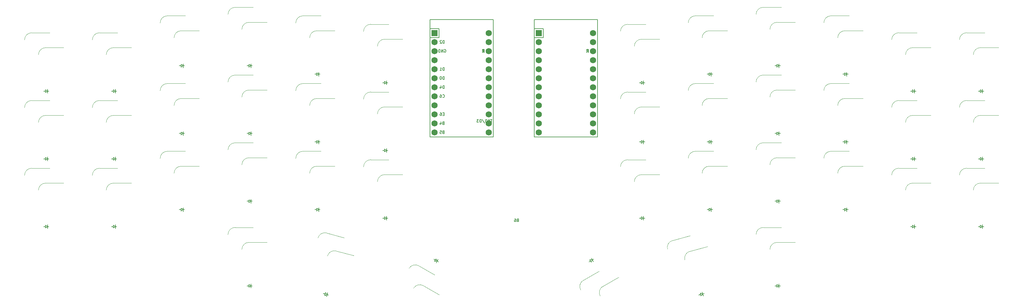
<source format=gbr>
%TF.GenerationSoftware,KiCad,Pcbnew,9.0.6*%
%TF.CreationDate,2025-12-07T00:05:39-06:00*%
%TF.ProjectId,SplitKeyboard,53706c69-744b-4657-9962-6f6172642e6b,rev?*%
%TF.SameCoordinates,Original*%
%TF.FileFunction,Legend,Bot*%
%TF.FilePolarity,Positive*%
%FSLAX46Y46*%
G04 Gerber Fmt 4.6, Leading zero omitted, Abs format (unit mm)*
G04 Created by KiCad (PCBNEW 9.0.6) date 2025-12-07 00:05:39*
%MOMM*%
%LPD*%
G01*
G04 APERTURE LIST*
%ADD10C,0.150000*%
%ADD11C,0.120000*%
%ADD12C,0.200000*%
%ADD13R,1.752600X1.752600*%
%ADD14C,1.752600*%
G04 APERTURE END LIST*
D10*
X143381435Y-88780543D02*
X142924292Y-88780543D01*
X143152864Y-89580543D02*
X143152864Y-88780543D01*
X142733816Y-88780543D02*
X142200482Y-89580543D01*
X142200482Y-88780543D02*
X142733816Y-89580543D01*
X141743339Y-88780543D02*
X141667149Y-88780543D01*
X141667149Y-88780543D02*
X141590958Y-88818638D01*
X141590958Y-88818638D02*
X141552863Y-88856733D01*
X141552863Y-88856733D02*
X141514768Y-88932924D01*
X141514768Y-88932924D02*
X141476673Y-89085305D01*
X141476673Y-89085305D02*
X141476673Y-89275781D01*
X141476673Y-89275781D02*
X141514768Y-89428162D01*
X141514768Y-89428162D02*
X141552863Y-89504352D01*
X141552863Y-89504352D02*
X141590958Y-89542448D01*
X141590958Y-89542448D02*
X141667149Y-89580543D01*
X141667149Y-89580543D02*
X141743339Y-89580543D01*
X141743339Y-89580543D02*
X141819530Y-89542448D01*
X141819530Y-89542448D02*
X141857625Y-89504352D01*
X141857625Y-89504352D02*
X141895720Y-89428162D01*
X141895720Y-89428162D02*
X141933816Y-89275781D01*
X141933816Y-89275781D02*
X141933816Y-89085305D01*
X141933816Y-89085305D02*
X141895720Y-88932924D01*
X141895720Y-88932924D02*
X141857625Y-88856733D01*
X141857625Y-88856733D02*
X141819530Y-88818638D01*
X141819530Y-88818638D02*
X141743339Y-88780543D01*
X140562387Y-88742448D02*
X141248101Y-89771019D01*
X140295720Y-89580543D02*
X140295720Y-88780543D01*
X140295720Y-88780543D02*
X140105244Y-88780543D01*
X140105244Y-88780543D02*
X139990958Y-88818638D01*
X139990958Y-88818638D02*
X139914768Y-88894828D01*
X139914768Y-88894828D02*
X139876673Y-88971019D01*
X139876673Y-88971019D02*
X139838577Y-89123400D01*
X139838577Y-89123400D02*
X139838577Y-89237686D01*
X139838577Y-89237686D02*
X139876673Y-89390067D01*
X139876673Y-89390067D02*
X139914768Y-89466257D01*
X139914768Y-89466257D02*
X139990958Y-89542448D01*
X139990958Y-89542448D02*
X140105244Y-89580543D01*
X140105244Y-89580543D02*
X140295720Y-89580543D01*
X139571911Y-88780543D02*
X139076673Y-88780543D01*
X139076673Y-88780543D02*
X139343339Y-89085305D01*
X139343339Y-89085305D02*
X139229054Y-89085305D01*
X139229054Y-89085305D02*
X139152863Y-89123400D01*
X139152863Y-89123400D02*
X139114768Y-89161495D01*
X139114768Y-89161495D02*
X139076673Y-89237686D01*
X139076673Y-89237686D02*
X139076673Y-89428162D01*
X139076673Y-89428162D02*
X139114768Y-89504352D01*
X139114768Y-89504352D02*
X139152863Y-89542448D01*
X139152863Y-89542448D02*
X139229054Y-89580543D01*
X139229054Y-89580543D02*
X139457625Y-89580543D01*
X139457625Y-89580543D02*
X139533816Y-89542448D01*
X139533816Y-89542448D02*
X139571911Y-89504352D01*
X129898225Y-80044795D02*
X129898225Y-79244795D01*
X129898225Y-79244795D02*
X129707749Y-79244795D01*
X129707749Y-79244795D02*
X129593463Y-79282890D01*
X129593463Y-79282890D02*
X129517273Y-79359080D01*
X129517273Y-79359080D02*
X129479178Y-79435271D01*
X129479178Y-79435271D02*
X129441082Y-79587652D01*
X129441082Y-79587652D02*
X129441082Y-79701938D01*
X129441082Y-79701938D02*
X129479178Y-79854319D01*
X129479178Y-79854319D02*
X129517273Y-79930509D01*
X129517273Y-79930509D02*
X129593463Y-80006700D01*
X129593463Y-80006700D02*
X129707749Y-80044795D01*
X129707749Y-80044795D02*
X129898225Y-80044795D01*
X128755368Y-79511461D02*
X128755368Y-80044795D01*
X128945844Y-79206700D02*
X129136321Y-79778128D01*
X129136321Y-79778128D02*
X128641082Y-79778128D01*
X129898225Y-74964795D02*
X129898225Y-74164795D01*
X129898225Y-74164795D02*
X129707749Y-74164795D01*
X129707749Y-74164795D02*
X129593463Y-74202890D01*
X129593463Y-74202890D02*
X129517273Y-74279080D01*
X129517273Y-74279080D02*
X129479178Y-74355271D01*
X129479178Y-74355271D02*
X129441082Y-74507652D01*
X129441082Y-74507652D02*
X129441082Y-74621938D01*
X129441082Y-74621938D02*
X129479178Y-74774319D01*
X129479178Y-74774319D02*
X129517273Y-74850509D01*
X129517273Y-74850509D02*
X129593463Y-74926700D01*
X129593463Y-74926700D02*
X129707749Y-74964795D01*
X129707749Y-74964795D02*
X129898225Y-74964795D01*
X128679178Y-74964795D02*
X129136321Y-74964795D01*
X128907749Y-74964795D02*
X128907749Y-74164795D01*
X128907749Y-74164795D02*
X128983940Y-74279080D01*
X128983940Y-74279080D02*
X129060130Y-74355271D01*
X129060130Y-74355271D02*
X129136321Y-74393366D01*
X129917273Y-69122890D02*
X129993463Y-69084795D01*
X129993463Y-69084795D02*
X130107749Y-69084795D01*
X130107749Y-69084795D02*
X130222035Y-69122890D01*
X130222035Y-69122890D02*
X130298225Y-69199080D01*
X130298225Y-69199080D02*
X130336320Y-69275271D01*
X130336320Y-69275271D02*
X130374416Y-69427652D01*
X130374416Y-69427652D02*
X130374416Y-69541938D01*
X130374416Y-69541938D02*
X130336320Y-69694319D01*
X130336320Y-69694319D02*
X130298225Y-69770509D01*
X130298225Y-69770509D02*
X130222035Y-69846700D01*
X130222035Y-69846700D02*
X130107749Y-69884795D01*
X130107749Y-69884795D02*
X130031558Y-69884795D01*
X130031558Y-69884795D02*
X129917273Y-69846700D01*
X129917273Y-69846700D02*
X129879177Y-69808604D01*
X129879177Y-69808604D02*
X129879177Y-69541938D01*
X129879177Y-69541938D02*
X130031558Y-69541938D01*
X129536320Y-69884795D02*
X129536320Y-69084795D01*
X129536320Y-69084795D02*
X129079177Y-69884795D01*
X129079177Y-69884795D02*
X129079177Y-69084795D01*
X128698225Y-69884795D02*
X128698225Y-69084795D01*
X128698225Y-69084795D02*
X128507749Y-69084795D01*
X128507749Y-69084795D02*
X128393463Y-69122890D01*
X128393463Y-69122890D02*
X128317273Y-69199080D01*
X128317273Y-69199080D02*
X128279178Y-69275271D01*
X128279178Y-69275271D02*
X128241082Y-69427652D01*
X128241082Y-69427652D02*
X128241082Y-69541938D01*
X128241082Y-69541938D02*
X128279178Y-69694319D01*
X128279178Y-69694319D02*
X128317273Y-69770509D01*
X128317273Y-69770509D02*
X128393463Y-69846700D01*
X128393463Y-69846700D02*
X128507749Y-69884795D01*
X128507749Y-69884795D02*
X128698225Y-69884795D01*
X129631559Y-92325747D02*
X129517273Y-92363842D01*
X129517273Y-92363842D02*
X129479178Y-92401938D01*
X129479178Y-92401938D02*
X129441082Y-92478128D01*
X129441082Y-92478128D02*
X129441082Y-92592414D01*
X129441082Y-92592414D02*
X129479178Y-92668604D01*
X129479178Y-92668604D02*
X129517273Y-92706700D01*
X129517273Y-92706700D02*
X129593463Y-92744795D01*
X129593463Y-92744795D02*
X129898225Y-92744795D01*
X129898225Y-92744795D02*
X129898225Y-91944795D01*
X129898225Y-91944795D02*
X129631559Y-91944795D01*
X129631559Y-91944795D02*
X129555368Y-91982890D01*
X129555368Y-91982890D02*
X129517273Y-92020985D01*
X129517273Y-92020985D02*
X129479178Y-92097176D01*
X129479178Y-92097176D02*
X129479178Y-92173366D01*
X129479178Y-92173366D02*
X129517273Y-92249557D01*
X129517273Y-92249557D02*
X129555368Y-92287652D01*
X129555368Y-92287652D02*
X129631559Y-92325747D01*
X129631559Y-92325747D02*
X129898225Y-92325747D01*
X128717273Y-91944795D02*
X129098225Y-91944795D01*
X129098225Y-91944795D02*
X129136321Y-92325747D01*
X129136321Y-92325747D02*
X129098225Y-92287652D01*
X129098225Y-92287652D02*
X129022035Y-92249557D01*
X129022035Y-92249557D02*
X128831559Y-92249557D01*
X128831559Y-92249557D02*
X128755368Y-92287652D01*
X128755368Y-92287652D02*
X128717273Y-92325747D01*
X128717273Y-92325747D02*
X128679178Y-92401938D01*
X128679178Y-92401938D02*
X128679178Y-92592414D01*
X128679178Y-92592414D02*
X128717273Y-92668604D01*
X128717273Y-92668604D02*
X128755368Y-92706700D01*
X128755368Y-92706700D02*
X128831559Y-92744795D01*
X128831559Y-92744795D02*
X129022035Y-92744795D01*
X129022035Y-92744795D02*
X129098225Y-92706700D01*
X129098225Y-92706700D02*
X129136321Y-92668604D01*
X129860130Y-87245747D02*
X129593464Y-87245747D01*
X129479178Y-87664795D02*
X129860130Y-87664795D01*
X129860130Y-87664795D02*
X129860130Y-86864795D01*
X129860130Y-86864795D02*
X129479178Y-86864795D01*
X128793463Y-86864795D02*
X128945844Y-86864795D01*
X128945844Y-86864795D02*
X129022035Y-86902890D01*
X129022035Y-86902890D02*
X129060130Y-86940985D01*
X129060130Y-86940985D02*
X129136320Y-87055271D01*
X129136320Y-87055271D02*
X129174416Y-87207652D01*
X129174416Y-87207652D02*
X129174416Y-87512414D01*
X129174416Y-87512414D02*
X129136320Y-87588604D01*
X129136320Y-87588604D02*
X129098225Y-87626700D01*
X129098225Y-87626700D02*
X129022035Y-87664795D01*
X129022035Y-87664795D02*
X128869654Y-87664795D01*
X128869654Y-87664795D02*
X128793463Y-87626700D01*
X128793463Y-87626700D02*
X128755368Y-87588604D01*
X128755368Y-87588604D02*
X128717273Y-87512414D01*
X128717273Y-87512414D02*
X128717273Y-87321938D01*
X128717273Y-87321938D02*
X128755368Y-87245747D01*
X128755368Y-87245747D02*
X128793463Y-87207652D01*
X128793463Y-87207652D02*
X128869654Y-87169557D01*
X128869654Y-87169557D02*
X129022035Y-87169557D01*
X129022035Y-87169557D02*
X129098225Y-87207652D01*
X129098225Y-87207652D02*
X129136320Y-87245747D01*
X129136320Y-87245747D02*
X129174416Y-87321938D01*
X129631559Y-89785747D02*
X129517273Y-89823842D01*
X129517273Y-89823842D02*
X129479178Y-89861938D01*
X129479178Y-89861938D02*
X129441082Y-89938128D01*
X129441082Y-89938128D02*
X129441082Y-90052414D01*
X129441082Y-90052414D02*
X129479178Y-90128604D01*
X129479178Y-90128604D02*
X129517273Y-90166700D01*
X129517273Y-90166700D02*
X129593463Y-90204795D01*
X129593463Y-90204795D02*
X129898225Y-90204795D01*
X129898225Y-90204795D02*
X129898225Y-89404795D01*
X129898225Y-89404795D02*
X129631559Y-89404795D01*
X129631559Y-89404795D02*
X129555368Y-89442890D01*
X129555368Y-89442890D02*
X129517273Y-89480985D01*
X129517273Y-89480985D02*
X129479178Y-89557176D01*
X129479178Y-89557176D02*
X129479178Y-89633366D01*
X129479178Y-89633366D02*
X129517273Y-89709557D01*
X129517273Y-89709557D02*
X129555368Y-89747652D01*
X129555368Y-89747652D02*
X129631559Y-89785747D01*
X129631559Y-89785747D02*
X129898225Y-89785747D01*
X128755368Y-89671461D02*
X128755368Y-90204795D01*
X128945844Y-89366700D02*
X129136321Y-89938128D01*
X129136321Y-89938128D02*
X128641082Y-89938128D01*
X129898225Y-67344795D02*
X129898225Y-66544795D01*
X129898225Y-66544795D02*
X129707749Y-66544795D01*
X129707749Y-66544795D02*
X129593463Y-66582890D01*
X129593463Y-66582890D02*
X129517273Y-66659080D01*
X129517273Y-66659080D02*
X129479178Y-66735271D01*
X129479178Y-66735271D02*
X129441082Y-66887652D01*
X129441082Y-66887652D02*
X129441082Y-67001938D01*
X129441082Y-67001938D02*
X129479178Y-67154319D01*
X129479178Y-67154319D02*
X129517273Y-67230509D01*
X129517273Y-67230509D02*
X129593463Y-67306700D01*
X129593463Y-67306700D02*
X129707749Y-67344795D01*
X129707749Y-67344795D02*
X129898225Y-67344795D01*
X129136321Y-66620985D02*
X129098225Y-66582890D01*
X129098225Y-66582890D02*
X129022035Y-66544795D01*
X129022035Y-66544795D02*
X128831559Y-66544795D01*
X128831559Y-66544795D02*
X128755368Y-66582890D01*
X128755368Y-66582890D02*
X128717273Y-66620985D01*
X128717273Y-66620985D02*
X128679178Y-66697176D01*
X128679178Y-66697176D02*
X128679178Y-66773366D01*
X128679178Y-66773366D02*
X128717273Y-66887652D01*
X128717273Y-66887652D02*
X129174416Y-67344795D01*
X129174416Y-67344795D02*
X128679178Y-67344795D01*
X129441082Y-82508604D02*
X129479178Y-82546700D01*
X129479178Y-82546700D02*
X129593463Y-82584795D01*
X129593463Y-82584795D02*
X129669654Y-82584795D01*
X129669654Y-82584795D02*
X129783940Y-82546700D01*
X129783940Y-82546700D02*
X129860130Y-82470509D01*
X129860130Y-82470509D02*
X129898225Y-82394319D01*
X129898225Y-82394319D02*
X129936321Y-82241938D01*
X129936321Y-82241938D02*
X129936321Y-82127652D01*
X129936321Y-82127652D02*
X129898225Y-81975271D01*
X129898225Y-81975271D02*
X129860130Y-81899080D01*
X129860130Y-81899080D02*
X129783940Y-81822890D01*
X129783940Y-81822890D02*
X129669654Y-81784795D01*
X129669654Y-81784795D02*
X129593463Y-81784795D01*
X129593463Y-81784795D02*
X129479178Y-81822890D01*
X129479178Y-81822890D02*
X129441082Y-81860985D01*
X128755368Y-81784795D02*
X128907749Y-81784795D01*
X128907749Y-81784795D02*
X128983940Y-81822890D01*
X128983940Y-81822890D02*
X129022035Y-81860985D01*
X129022035Y-81860985D02*
X129098225Y-81975271D01*
X129098225Y-81975271D02*
X129136321Y-82127652D01*
X129136321Y-82127652D02*
X129136321Y-82432414D01*
X129136321Y-82432414D02*
X129098225Y-82508604D01*
X129098225Y-82508604D02*
X129060130Y-82546700D01*
X129060130Y-82546700D02*
X128983940Y-82584795D01*
X128983940Y-82584795D02*
X128831559Y-82584795D01*
X128831559Y-82584795D02*
X128755368Y-82546700D01*
X128755368Y-82546700D02*
X128717273Y-82508604D01*
X128717273Y-82508604D02*
X128679178Y-82432414D01*
X128679178Y-82432414D02*
X128679178Y-82241938D01*
X128679178Y-82241938D02*
X128717273Y-82165747D01*
X128717273Y-82165747D02*
X128755368Y-82127652D01*
X128755368Y-82127652D02*
X128831559Y-82089557D01*
X128831559Y-82089557D02*
X128983940Y-82089557D01*
X128983940Y-82089557D02*
X129060130Y-82127652D01*
X129060130Y-82127652D02*
X129098225Y-82165747D01*
X129098225Y-82165747D02*
X129136321Y-82241938D01*
X129898225Y-77504795D02*
X129898225Y-76704795D01*
X129898225Y-76704795D02*
X129707749Y-76704795D01*
X129707749Y-76704795D02*
X129593463Y-76742890D01*
X129593463Y-76742890D02*
X129517273Y-76819080D01*
X129517273Y-76819080D02*
X129479178Y-76895271D01*
X129479178Y-76895271D02*
X129441082Y-77047652D01*
X129441082Y-77047652D02*
X129441082Y-77161938D01*
X129441082Y-77161938D02*
X129479178Y-77314319D01*
X129479178Y-77314319D02*
X129517273Y-77390509D01*
X129517273Y-77390509D02*
X129593463Y-77466700D01*
X129593463Y-77466700D02*
X129707749Y-77504795D01*
X129707749Y-77504795D02*
X129898225Y-77504795D01*
X128945844Y-76704795D02*
X128869654Y-76704795D01*
X128869654Y-76704795D02*
X128793463Y-76742890D01*
X128793463Y-76742890D02*
X128755368Y-76780985D01*
X128755368Y-76780985D02*
X128717273Y-76857176D01*
X128717273Y-76857176D02*
X128679178Y-77009557D01*
X128679178Y-77009557D02*
X128679178Y-77200033D01*
X128679178Y-77200033D02*
X128717273Y-77352414D01*
X128717273Y-77352414D02*
X128755368Y-77428604D01*
X128755368Y-77428604D02*
X128793463Y-77466700D01*
X128793463Y-77466700D02*
X128869654Y-77504795D01*
X128869654Y-77504795D02*
X128945844Y-77504795D01*
X128945844Y-77504795D02*
X129022035Y-77466700D01*
X129022035Y-77466700D02*
X129060130Y-77428604D01*
X129060130Y-77428604D02*
X129098225Y-77352414D01*
X129098225Y-77352414D02*
X129136321Y-77200033D01*
X129136321Y-77200033D02*
X129136321Y-77009557D01*
X129136321Y-77009557D02*
X129098225Y-76857176D01*
X129098225Y-76857176D02*
X129060130Y-76780985D01*
X129060130Y-76780985D02*
X129022035Y-76742890D01*
X129022035Y-76742890D02*
X128945844Y-76704795D01*
X150547640Y-117101495D02*
X150433354Y-117139590D01*
X150433354Y-117139590D02*
X150395259Y-117177686D01*
X150395259Y-117177686D02*
X150357163Y-117253876D01*
X150357163Y-117253876D02*
X150357163Y-117368162D01*
X150357163Y-117368162D02*
X150395259Y-117444352D01*
X150395259Y-117444352D02*
X150433354Y-117482448D01*
X150433354Y-117482448D02*
X150509544Y-117520543D01*
X150509544Y-117520543D02*
X150814306Y-117520543D01*
X150814306Y-117520543D02*
X150814306Y-116720543D01*
X150814306Y-116720543D02*
X150547640Y-116720543D01*
X150547640Y-116720543D02*
X150471449Y-116758638D01*
X150471449Y-116758638D02*
X150433354Y-116796733D01*
X150433354Y-116796733D02*
X150395259Y-116872924D01*
X150395259Y-116872924D02*
X150395259Y-116949114D01*
X150395259Y-116949114D02*
X150433354Y-117025305D01*
X150433354Y-117025305D02*
X150471449Y-117063400D01*
X150471449Y-117063400D02*
X150547640Y-117101495D01*
X150547640Y-117101495D02*
X150814306Y-117101495D01*
X149671449Y-116720543D02*
X149823830Y-116720543D01*
X149823830Y-116720543D02*
X149900021Y-116758638D01*
X149900021Y-116758638D02*
X149938116Y-116796733D01*
X149938116Y-116796733D02*
X150014306Y-116911019D01*
X150014306Y-116911019D02*
X150052402Y-117063400D01*
X150052402Y-117063400D02*
X150052402Y-117368162D01*
X150052402Y-117368162D02*
X150014306Y-117444352D01*
X150014306Y-117444352D02*
X149976211Y-117482448D01*
X149976211Y-117482448D02*
X149900021Y-117520543D01*
X149900021Y-117520543D02*
X149747640Y-117520543D01*
X149747640Y-117520543D02*
X149671449Y-117482448D01*
X149671449Y-117482448D02*
X149633354Y-117444352D01*
X149633354Y-117444352D02*
X149595259Y-117368162D01*
X149595259Y-117368162D02*
X149595259Y-117177686D01*
X149595259Y-117177686D02*
X149633354Y-117101495D01*
X149633354Y-117101495D02*
X149671449Y-117063400D01*
X149671449Y-117063400D02*
X149747640Y-117025305D01*
X149747640Y-117025305D02*
X149900021Y-117025305D01*
X149900021Y-117025305D02*
X149976211Y-117063400D01*
X149976211Y-117063400D02*
X150014306Y-117101495D01*
X150014306Y-117101495D02*
X150052402Y-117177686D01*
D11*
%TO.C,SW22*%
X181415404Y-61987721D02*
X186515404Y-61987721D01*
X185315404Y-66187721D02*
X190415404Y-66187721D01*
X179415404Y-63987721D02*
G75*
G02*
X181415404Y-61987721I1999999J1D01*
G01*
X183315404Y-68187721D02*
G75*
G02*
X185315404Y-66187721I1999999J1D01*
G01*
%TO.C,SW21*%
X122761796Y-129918175D02*
X127178525Y-132468175D01*
X124039295Y-135505481D02*
X128456024Y-138055482D01*
X120029745Y-130650226D02*
G75*
G02*
X122761796Y-129918175I1732050J-999995D01*
G01*
X121307245Y-136237532D02*
G75*
G02*
X124039295Y-135505481I1732050J-999997D01*
G01*
%TO.C,SW37*%
X238565404Y-97706471D02*
X243665404Y-97706471D01*
X242465404Y-101906471D02*
X247565404Y-101906471D01*
X236565404Y-99706471D02*
G75*
G02*
X238565404Y-97706471I1999999J1D01*
G01*
X240465404Y-103906471D02*
G75*
G02*
X242465404Y-101906471I1999999J1D01*
G01*
%TO.C,SW1*%
X13987500Y-64368750D02*
X19087500Y-64368750D01*
X17887500Y-68568750D02*
X22987500Y-68568750D01*
X11987500Y-66368750D02*
G75*
G02*
X13987500Y-64368750I1999999J1D01*
G01*
X15887500Y-70568750D02*
G75*
G02*
X17887500Y-68568750I1999999J1D01*
G01*
D12*
%TO.C,U2*%
X125878750Y-60632500D02*
X125878750Y-93652500D01*
X125878750Y-93652500D02*
X143658750Y-93652500D01*
X128418750Y-63172500D02*
X125878750Y-63172500D01*
X128418750Y-63172500D02*
X128418750Y-65712500D01*
X128418750Y-65712500D02*
X125878750Y-65712500D01*
X143658750Y-60632500D02*
X125878750Y-60632500D01*
X143658750Y-93652500D02*
X143658750Y-60632500D01*
D10*
X141113385Y-69161530D02*
X140613385Y-69161530D01*
X140613385Y-69061530D01*
X141113385Y-69061530D01*
X141113385Y-69161530D01*
G36*
X141113385Y-69161530D02*
G01*
X140613385Y-69161530D01*
X140613385Y-69061530D01*
X141113385Y-69061530D01*
X141113385Y-69161530D01*
G37*
X140713385Y-69361530D02*
X140613385Y-69361530D01*
X140613385Y-69061530D01*
X140713385Y-69061530D01*
X140713385Y-69361530D01*
G36*
X140713385Y-69361530D02*
G01*
X140613385Y-69361530D01*
X140613385Y-69061530D01*
X140713385Y-69061530D01*
X140713385Y-69361530D01*
G37*
X140713385Y-69861530D02*
X140613385Y-69861530D01*
X140613385Y-69661530D01*
X140713385Y-69661530D01*
X140713385Y-69861530D01*
G36*
X140713385Y-69861530D02*
G01*
X140613385Y-69861530D01*
X140613385Y-69661530D01*
X140713385Y-69661530D01*
X140713385Y-69861530D01*
G37*
X140913385Y-69561530D02*
X140813385Y-69561530D01*
X140813385Y-69461530D01*
X140913385Y-69461530D01*
X140913385Y-69561530D01*
G36*
X140913385Y-69561530D02*
G01*
X140813385Y-69561530D01*
X140813385Y-69461530D01*
X140913385Y-69461530D01*
X140913385Y-69561530D01*
G37*
X141113385Y-69861530D02*
X141013385Y-69861530D01*
X141013385Y-69061530D01*
X141113385Y-69061530D01*
X141113385Y-69861530D01*
G36*
X141113385Y-69861530D02*
G01*
X141013385Y-69861530D01*
X141013385Y-69061530D01*
X141113385Y-69061530D01*
X141113385Y-69861530D01*
G37*
D11*
%TO.C,SW36*%
X219515404Y-95325221D02*
X224615404Y-95325221D01*
X223415404Y-99525221D02*
X228515404Y-99525221D01*
X217515404Y-97325221D02*
G75*
G02*
X219515404Y-95325221I1999999J1D01*
G01*
X221415404Y-101525221D02*
G75*
G02*
X223415404Y-99525221I1999999J1D01*
G01*
%TO.C,SW23*%
X200465404Y-59606471D02*
X205565404Y-59606471D01*
X204365404Y-63806471D02*
X209465404Y-63806471D01*
X198465404Y-61606471D02*
G75*
G02*
X200465404Y-59606471I1999999J1D01*
G01*
X202365404Y-65806471D02*
G75*
G02*
X204365404Y-63806471I1999999J1D01*
G01*
%TO.C,SW35*%
X200465404Y-97706471D02*
X205565404Y-97706471D01*
X204365404Y-101906471D02*
X209465404Y-101906471D01*
X198465404Y-99706471D02*
G75*
G02*
X200465404Y-97706471I1999999J1D01*
G01*
X202365404Y-103906471D02*
G75*
G02*
X204365404Y-101906471I1999999J1D01*
G01*
%TO.C,SW16*%
X71137500Y-95325000D02*
X76237500Y-95325000D01*
X75037500Y-99525000D02*
X80137500Y-99525000D01*
X69137500Y-97325000D02*
G75*
G02*
X71137500Y-95325000I1999999J1D01*
G01*
X73037500Y-101525000D02*
G75*
G02*
X75037500Y-99525000I1999999J1D01*
G01*
%TO.C,SW15*%
X52087500Y-97706250D02*
X57187500Y-97706250D01*
X55987500Y-101906250D02*
X61087500Y-101906250D01*
X50087500Y-99706250D02*
G75*
G02*
X52087500Y-97706250I1999999J1D01*
G01*
X53987500Y-103906250D02*
G75*
G02*
X55987500Y-101906250I1999999J1D01*
G01*
%TO.C,SW38*%
X257615404Y-102468971D02*
X262715404Y-102468971D01*
X261515404Y-106668971D02*
X266615404Y-106668971D01*
X255615404Y-104468971D02*
G75*
G02*
X257615404Y-102468971I1999999J1D01*
G01*
X259515404Y-108668971D02*
G75*
G02*
X261515404Y-106668971I1999999J1D01*
G01*
%TO.C,SW9*%
X52087500Y-78656250D02*
X57187500Y-78656250D01*
X55987500Y-82856250D02*
X61087500Y-82856250D01*
X50087500Y-80656250D02*
G75*
G02*
X52087500Y-78656250I1999999J1D01*
G01*
X53987500Y-84856250D02*
G75*
G02*
X55987500Y-82856250I1999999J1D01*
G01*
%TO.C,SW30*%
X219515404Y-76275221D02*
X224615404Y-76275221D01*
X223415404Y-80475221D02*
X228515404Y-80475221D01*
X217515404Y-78275221D02*
G75*
G02*
X219515404Y-76275221I1999999J1D01*
G01*
X221415404Y-82475221D02*
G75*
G02*
X223415404Y-80475221I1999999J1D01*
G01*
%TO.C,SW27*%
X276665404Y-64368971D02*
X281765404Y-64368971D01*
X280565404Y-68568971D02*
X285665404Y-68568971D01*
X274665404Y-66368971D02*
G75*
G02*
X276665404Y-64368971I1999999J1D01*
G01*
X278565404Y-70568971D02*
G75*
G02*
X280565404Y-68568971I1999999J1D01*
G01*
%TO.C,SW26*%
X257615404Y-64368971D02*
X262715404Y-64368971D01*
X261515404Y-68568971D02*
X266615404Y-68568971D01*
X255615404Y-66368971D02*
G75*
G02*
X257615404Y-64368971I1999999J1D01*
G01*
X259515404Y-70568971D02*
G75*
G02*
X261515404Y-68568971I1999999J1D01*
G01*
%TO.C,SW4*%
X71137500Y-57225000D02*
X76237500Y-57225000D01*
X75037500Y-61425000D02*
X80137500Y-61425000D01*
X69137500Y-59225000D02*
G75*
G02*
X71137500Y-57225000I1999999J1D01*
G01*
X73037500Y-63425000D02*
G75*
G02*
X75037500Y-61425000I1999999J1D01*
G01*
%TO.C,SW18*%
X109237500Y-100087500D02*
X114337500Y-100087500D01*
X113137500Y-104287500D02*
X118237500Y-104287500D01*
X107237500Y-102087500D02*
G75*
G02*
X109237500Y-100087500I1999999J1D01*
G01*
X111137500Y-106287500D02*
G75*
G02*
X113137500Y-104287500I1999999J1D01*
G01*
%TO.C,SW42*%
X219515404Y-119137721D02*
X224615404Y-119137721D01*
X223415404Y-123337721D02*
X228515404Y-123337721D01*
X217515404Y-121137721D02*
G75*
G02*
X219515404Y-119137721I1999999J1D01*
G01*
X221415404Y-125337721D02*
G75*
G02*
X223415404Y-123337721I1999999J1D01*
G01*
%TO.C,SW31*%
X238565404Y-78656471D02*
X243665404Y-78656471D01*
X242465404Y-82856471D02*
X247565404Y-82856471D01*
X236565404Y-80656471D02*
G75*
G02*
X238565404Y-78656471I1999999J1D01*
G01*
X240465404Y-84856471D02*
G75*
G02*
X242465404Y-82856471I1999999J1D01*
G01*
%TO.C,SW32*%
X257615404Y-83418971D02*
X262715404Y-83418971D01*
X261515404Y-87618971D02*
X266615404Y-87618971D01*
X255615404Y-85418971D02*
G75*
G02*
X257615404Y-83418971I1999999J1D01*
G01*
X259515404Y-89618971D02*
G75*
G02*
X261515404Y-87618971I1999999J1D01*
G01*
%TO.C,SW40*%
X168989700Y-134018396D02*
X173406429Y-131468396D01*
X174467199Y-135705702D02*
X178883928Y-133155702D01*
X168257649Y-136750447D02*
G75*
G02*
X168989699Y-134018395I1732047J1000002D01*
G01*
X173735148Y-138437753D02*
G75*
G02*
X174467199Y-135705702I1732047J1000001D01*
G01*
%TO.C,SW39*%
X276665404Y-102468971D02*
X281765404Y-102468971D01*
X280565404Y-106668971D02*
X285665404Y-106668971D01*
X274665404Y-104468971D02*
G75*
G02*
X276665404Y-102468971I1999999J1D01*
G01*
X278565404Y-108668971D02*
G75*
G02*
X280565404Y-106668971I1999999J1D01*
G01*
%TO.C,SW10*%
X71137500Y-76275000D02*
X76237500Y-76275000D01*
X75037500Y-80475000D02*
X80137500Y-80475000D01*
X69137500Y-78275000D02*
G75*
G02*
X71137500Y-76275000I1999999J1D01*
G01*
X73037500Y-82475000D02*
G75*
G02*
X75037500Y-80475000I1999999J1D01*
G01*
%TO.C,SW33*%
X276665404Y-83418971D02*
X281765404Y-83418971D01*
X280565404Y-87618971D02*
X285665404Y-87618971D01*
X274665404Y-85418971D02*
G75*
G02*
X276665404Y-83418971I1999999J1D01*
G01*
X278565404Y-89618971D02*
G75*
G02*
X280565404Y-87618971I1999999J1D01*
G01*
%TO.C,SW14*%
X33037500Y-102468750D02*
X38137500Y-102468750D01*
X36937500Y-106668750D02*
X42037500Y-106668750D01*
X31037500Y-104468750D02*
G75*
G02*
X33037500Y-102468750I1999999J1D01*
G01*
X34937500Y-108668750D02*
G75*
G02*
X36937500Y-106668750I1999999J1D01*
G01*
%TO.C,SW41*%
X194056757Y-122815241D02*
X198982978Y-121495264D01*
X198910907Y-125862735D02*
X203837129Y-124542758D01*
X192642543Y-125264731D02*
G75*
G02*
X194056757Y-122815240I1931851J517639D01*
G01*
X197496694Y-128312225D02*
G75*
G02*
X198910907Y-125862735I1931850J517639D01*
G01*
%TO.C,SW8*%
X33037500Y-83418750D02*
X38137500Y-83418750D01*
X36937500Y-87618750D02*
X42037500Y-87618750D01*
X31037500Y-85418750D02*
G75*
G02*
X33037500Y-83418750I1999999J1D01*
G01*
X34937500Y-89618750D02*
G75*
G02*
X36937500Y-87618750I1999999J1D01*
G01*
%TO.C,SW29*%
X200465404Y-78656471D02*
X205565404Y-78656471D01*
X204365404Y-82856471D02*
X209465404Y-82856471D01*
X198465404Y-80656471D02*
G75*
G02*
X200465404Y-78656471I1999999J1D01*
G01*
X202365404Y-84856471D02*
G75*
G02*
X204365404Y-82856471I1999999J1D01*
G01*
D12*
%TO.C,U3*%
X155194154Y-60632721D02*
X155194154Y-93652721D01*
X155194154Y-93652721D02*
X172974154Y-93652721D01*
X157734154Y-63172721D02*
X155194154Y-63172721D01*
X157734154Y-63172721D02*
X157734154Y-65712721D01*
X157734154Y-65712721D02*
X155194154Y-65712721D01*
X172974154Y-60632721D02*
X155194154Y-60632721D01*
X172974154Y-93652721D02*
X172974154Y-60632721D01*
D10*
X170428789Y-69161751D02*
X169928789Y-69161751D01*
X169928789Y-69061751D01*
X170428789Y-69061751D01*
X170428789Y-69161751D01*
G36*
X170428789Y-69161751D02*
G01*
X169928789Y-69161751D01*
X169928789Y-69061751D01*
X170428789Y-69061751D01*
X170428789Y-69161751D01*
G37*
X170028789Y-69361751D02*
X169928789Y-69361751D01*
X169928789Y-69061751D01*
X170028789Y-69061751D01*
X170028789Y-69361751D01*
G36*
X170028789Y-69361751D02*
G01*
X169928789Y-69361751D01*
X169928789Y-69061751D01*
X170028789Y-69061751D01*
X170028789Y-69361751D01*
G37*
X170028789Y-69861751D02*
X169928789Y-69861751D01*
X169928789Y-69661751D01*
X170028789Y-69661751D01*
X170028789Y-69861751D01*
G36*
X170028789Y-69861751D02*
G01*
X169928789Y-69861751D01*
X169928789Y-69661751D01*
X170028789Y-69661751D01*
X170028789Y-69861751D01*
G37*
X170228789Y-69561751D02*
X170128789Y-69561751D01*
X170128789Y-69461751D01*
X170228789Y-69461751D01*
X170228789Y-69561751D01*
G36*
X170228789Y-69561751D02*
G01*
X170128789Y-69561751D01*
X170128789Y-69461751D01*
X170228789Y-69461751D01*
X170228789Y-69561751D01*
G37*
X170428789Y-69861751D02*
X170328789Y-69861751D01*
X170328789Y-69061751D01*
X170428789Y-69061751D01*
X170428789Y-69861751D01*
G36*
X170428789Y-69861751D02*
G01*
X170328789Y-69861751D01*
X170328789Y-69061751D01*
X170428789Y-69061751D01*
X170428789Y-69861751D01*
G37*
D11*
%TO.C,SW17*%
X90187500Y-97706250D02*
X95287500Y-97706250D01*
X94087500Y-101906250D02*
X99187500Y-101906250D01*
X88187500Y-99706250D02*
G75*
G02*
X90187500Y-97706250I1999999J1D01*
G01*
X92087500Y-103906250D02*
G75*
G02*
X94087500Y-101906250I1999999J1D01*
G01*
%TO.C,SW6*%
X109237500Y-61987500D02*
X114337500Y-61987500D01*
X113137500Y-66187500D02*
X118237500Y-66187500D01*
X107237500Y-63987500D02*
G75*
G02*
X109237500Y-61987500I1999999J1D01*
G01*
X111137500Y-68187500D02*
G75*
G02*
X113137500Y-66187500I1999999J1D01*
G01*
%TO.C,SW12*%
X109237500Y-81037500D02*
X114337500Y-81037500D01*
X113137500Y-85237500D02*
X118237500Y-85237500D01*
X107237500Y-83037500D02*
G75*
G02*
X109237500Y-81037500I1999999J1D01*
G01*
X111137500Y-87237500D02*
G75*
G02*
X113137500Y-85237500I1999999J1D01*
G01*
%TO.C,SW28*%
X181415404Y-81037721D02*
X186515404Y-81037721D01*
X185315404Y-85237721D02*
X190415404Y-85237721D01*
X179415404Y-83037721D02*
G75*
G02*
X181415404Y-81037721I1999999J1D01*
G01*
X183315404Y-87237721D02*
G75*
G02*
X185315404Y-85237721I1999999J1D01*
G01*
%TO.C,SW2*%
X33037500Y-64368750D02*
X38137500Y-64368750D01*
X36937500Y-68568750D02*
X42037500Y-68568750D01*
X31037500Y-66368750D02*
G75*
G02*
X33037500Y-64368750I1999999J1D01*
G01*
X34937500Y-70568750D02*
G75*
G02*
X36937500Y-68568750I1999999J1D01*
G01*
%TO.C,SW19*%
X71137500Y-119137500D02*
X76237500Y-119137500D01*
X75037500Y-123337500D02*
X80137500Y-123337500D01*
X69137500Y-121137500D02*
G75*
G02*
X71137500Y-119137500I1999999J1D01*
G01*
X73037500Y-125337500D02*
G75*
G02*
X75037500Y-123337500I1999999J1D01*
G01*
%TO.C,SW7*%
X13987500Y-83418750D02*
X19087500Y-83418750D01*
X17887500Y-87618750D02*
X22987500Y-87618750D01*
X11987500Y-85418750D02*
G75*
G02*
X13987500Y-83418750I1999999J1D01*
G01*
X15887500Y-89618750D02*
G75*
G02*
X17887500Y-87618750I1999999J1D01*
G01*
%TO.C,SW24*%
X219515404Y-57225221D02*
X224615404Y-57225221D01*
X223415404Y-61425221D02*
X228515404Y-61425221D01*
X217515404Y-59225221D02*
G75*
G02*
X219515404Y-57225221I1999999J1D01*
G01*
X221415404Y-63425221D02*
G75*
G02*
X223415404Y-61425221I1999999J1D01*
G01*
%TO.C,SW11*%
X90187500Y-78656250D02*
X95287500Y-78656250D01*
X94087500Y-82856250D02*
X99187500Y-82856250D01*
X88187500Y-80656250D02*
G75*
G02*
X90187500Y-78656250I1999999J1D01*
G01*
X92087500Y-84856250D02*
G75*
G02*
X94087500Y-82856250I1999999J1D01*
G01*
%TO.C,SW13*%
X13987500Y-102468750D02*
X19087500Y-102468750D01*
X17887500Y-106668750D02*
X22987500Y-106668750D01*
X11987500Y-104468750D02*
G75*
G02*
X13987500Y-102468750I1999999J1D01*
G01*
X15887500Y-108668750D02*
G75*
G02*
X17887500Y-106668750I1999999J1D01*
G01*
%TO.C,SW3*%
X52087500Y-59606250D02*
X57187500Y-59606250D01*
X55987500Y-63806250D02*
X61087500Y-63806250D01*
X50087500Y-61606250D02*
G75*
G02*
X52087500Y-59606250I1999999J1D01*
G01*
X53987500Y-65806250D02*
G75*
G02*
X55987500Y-63806250I1999999J1D01*
G01*
%TO.C,SW5*%
X90187500Y-59606250D02*
X95287500Y-59606250D01*
X94087500Y-63806250D02*
X99187500Y-63806250D01*
X88187500Y-61606250D02*
G75*
G02*
X90187500Y-59606250I1999999J1D01*
G01*
X92087500Y-65806250D02*
G75*
G02*
X94087500Y-63806250I1999999J1D01*
G01*
%TO.C,SW25*%
X238565404Y-59606471D02*
X243665404Y-59606471D01*
X242465404Y-63806471D02*
X247565404Y-63806471D01*
X236565404Y-61606471D02*
G75*
G02*
X238565404Y-59606471I1999999J1D01*
G01*
X240465404Y-65806471D02*
G75*
G02*
X242465404Y-63806471I1999999J1D01*
G01*
%TO.C,SW34*%
X181415404Y-100087721D02*
X186515404Y-100087721D01*
X185315404Y-104287721D02*
X190415404Y-104287721D01*
X179415404Y-102087721D02*
G75*
G02*
X181415404Y-100087721I1999999J1D01*
G01*
X183315404Y-106287721D02*
G75*
G02*
X185315404Y-104287721I1999999J1D01*
G01*
%TO.C,SW20*%
X96875555Y-120692702D02*
X101801777Y-122012681D01*
X99555626Y-125758987D02*
X104481848Y-127078963D01*
X94426066Y-122106917D02*
G75*
G02*
X96875555Y-120692701I1931852J-517636D01*
G01*
X97106137Y-127173200D02*
G75*
G02*
X99555626Y-125758987I1931849J-517635D01*
G01*
D10*
%TO.C,D33*%
X280515404Y-99443971D02*
X280515404Y-100243971D01*
X280515404Y-99843971D02*
X280015404Y-99843971D01*
X280515404Y-100243971D02*
X281115404Y-99843971D01*
X281115404Y-99843971D02*
X280515404Y-99443971D01*
X281115404Y-99843971D02*
X281115404Y-99293971D01*
X281115404Y-99843971D02*
X281115404Y-100393971D01*
X281515404Y-99843971D02*
X281115404Y-99843971D01*
%TO.C,D36*%
X223365404Y-111350221D02*
X223365404Y-112150221D01*
X223365404Y-111750221D02*
X222865404Y-111750221D01*
X223365404Y-112150221D02*
X223965404Y-111750221D01*
X223965404Y-111750221D02*
X223365404Y-111350221D01*
X223965404Y-111750221D02*
X223965404Y-111200221D01*
X223965404Y-111750221D02*
X223965404Y-112300221D01*
X224365404Y-111750221D02*
X223965404Y-111750221D01*
%TO.C,D23*%
X204315404Y-75631471D02*
X204315404Y-76431471D01*
X204315404Y-76031471D02*
X203815404Y-76031471D01*
X204315404Y-76431471D02*
X204915404Y-76031471D01*
X204915404Y-76031471D02*
X204315404Y-75631471D01*
X204915404Y-76031471D02*
X204915404Y-75481471D01*
X204915404Y-76031471D02*
X204915404Y-76581471D01*
X205315404Y-76031471D02*
X204915404Y-76031471D01*
%TO.C,D10*%
X74987500Y-92300000D02*
X74987500Y-93100000D01*
X74987500Y-92700000D02*
X74487500Y-92700000D01*
X74987500Y-93100000D02*
X75587500Y-92700000D01*
X75587500Y-92700000D02*
X74987500Y-92300000D01*
X75587500Y-92700000D02*
X75587500Y-92150000D01*
X75587500Y-92700000D02*
X75587500Y-93250000D01*
X75987500Y-92700000D02*
X75587500Y-92700000D01*
%TO.C,D13*%
X17837500Y-118493750D02*
X17837500Y-119293750D01*
X17837500Y-118893750D02*
X17337500Y-118893750D01*
X17837500Y-119293750D02*
X18437500Y-118893750D01*
X18437500Y-118893750D02*
X17837500Y-118493750D01*
X18437500Y-118893750D02*
X18437500Y-118343750D01*
X18437500Y-118893750D02*
X18437500Y-119443750D01*
X18837500Y-118893750D02*
X18437500Y-118893750D01*
%TO.C,D26*%
X261465404Y-80793971D02*
X260965404Y-80793971D01*
X261465404Y-81193970D02*
X262065402Y-80793972D01*
X261465405Y-80393971D02*
X261465404Y-81193970D01*
X262065402Y-80793972D02*
X261465405Y-80393971D01*
X262065402Y-80793972D02*
X262065404Y-80243970D01*
X262065402Y-80793972D02*
X262065405Y-81343974D01*
X262465404Y-80793971D02*
X262065402Y-80793972D01*
%TO.C,D40*%
X170811398Y-128197559D02*
X171211398Y-128890381D01*
X171011398Y-128543971D02*
X170578385Y-128793971D01*
X171211398Y-128890381D02*
X171531013Y-128243971D01*
X171531013Y-128243971D02*
X170811398Y-128197559D01*
X171531013Y-128243971D02*
X171256012Y-127767656D01*
X171531013Y-128243971D02*
X171806013Y-128720285D01*
X171877423Y-128043971D02*
X171531013Y-128243971D01*
%TO.C,D38*%
X261465404Y-118493971D02*
X261465404Y-119293971D01*
X261465404Y-118893971D02*
X260965404Y-118893971D01*
X261465404Y-119293971D02*
X262065404Y-118893971D01*
X262065404Y-118893971D02*
X261465404Y-118493971D01*
X262065404Y-118893971D02*
X262065404Y-118343971D01*
X262065404Y-118893971D02*
X262065404Y-119443971D01*
X262465404Y-118893971D02*
X262065404Y-118893971D01*
%TO.C,D29*%
X204315404Y-94681471D02*
X204315404Y-95481471D01*
X204315404Y-95081471D02*
X203815404Y-95081471D01*
X204315404Y-95481471D02*
X204915404Y-95081471D01*
X204915404Y-95081471D02*
X204315404Y-94681471D01*
X204915404Y-95081471D02*
X204915404Y-94531471D01*
X204915404Y-95081471D02*
X204915404Y-95631471D01*
X205315404Y-95081471D02*
X204915404Y-95081471D01*
%TO.C,D39*%
X280515404Y-118493971D02*
X280515404Y-119293971D01*
X280515404Y-118893971D02*
X280015404Y-118893971D01*
X280515404Y-119293971D02*
X281115404Y-118893971D01*
X281115404Y-118893971D02*
X280515404Y-118493971D01*
X281115404Y-118893971D02*
X281115404Y-118343971D01*
X281115404Y-118893971D02*
X281115404Y-119443971D01*
X281515404Y-118893971D02*
X281115404Y-118893971D01*
%TO.C,D35*%
X204315404Y-113731471D02*
X204315404Y-114531471D01*
X204315404Y-114131471D02*
X203815404Y-114131471D01*
X204315404Y-114531471D02*
X204915404Y-114131471D01*
X204915404Y-114131471D02*
X204315404Y-113731471D01*
X204915404Y-114131471D02*
X204915404Y-113581471D01*
X204915404Y-114131471D02*
X204915404Y-114681471D01*
X205315404Y-114131471D02*
X204915404Y-114131471D01*
%TO.C,D16*%
X74987500Y-111350000D02*
X74987500Y-112150000D01*
X74987500Y-111750000D02*
X74487500Y-111750000D01*
X74987500Y-112150000D02*
X75587500Y-111750000D01*
X75587500Y-111750000D02*
X74987500Y-111350000D01*
X75587500Y-111750000D02*
X75587500Y-111200000D01*
X75587500Y-111750000D02*
X75587500Y-112300000D01*
X75987500Y-111750000D02*
X75587500Y-111750000D01*
%TO.C,D24*%
X223365404Y-73250221D02*
X223365404Y-74050221D01*
X223365404Y-73650221D02*
X222865404Y-73650221D01*
X223365404Y-74050221D02*
X223965404Y-73650221D01*
X223965404Y-73650221D02*
X223365404Y-73250221D01*
X223965404Y-73650221D02*
X223965404Y-73100221D01*
X223965404Y-73650221D02*
X223965404Y-74200221D01*
X224365404Y-73650221D02*
X223965404Y-73650221D01*
%TO.C,D28*%
X185265404Y-94681471D02*
X185265404Y-95481471D01*
X185265404Y-95081471D02*
X184765404Y-95081471D01*
X185265404Y-95481471D02*
X185865404Y-95081471D01*
X185865404Y-95081471D02*
X185265404Y-94681471D01*
X185865404Y-95081471D02*
X185865404Y-94531471D01*
X185865404Y-95081471D02*
X185865404Y-95631471D01*
X186265404Y-95081471D02*
X185865404Y-95081471D01*
%TO.C,D14*%
X36887500Y-118493750D02*
X36887500Y-119293750D01*
X36887500Y-118893750D02*
X36387500Y-118893750D01*
X36887500Y-119293750D02*
X37487500Y-118893750D01*
X37487500Y-118893750D02*
X36887500Y-118493750D01*
X37487500Y-118893750D02*
X37487500Y-118343750D01*
X37487500Y-118893750D02*
X37487500Y-119443750D01*
X37887500Y-118893750D02*
X37487500Y-118893750D01*
%TO.C,D18*%
X113087500Y-116112500D02*
X113087500Y-116912500D01*
X113087500Y-116512500D02*
X112587500Y-116512500D01*
X113087500Y-116912500D02*
X113687500Y-116512500D01*
X113687500Y-116512500D02*
X113087500Y-116112500D01*
X113687500Y-116512500D02*
X113687500Y-115962500D01*
X113687500Y-116512500D02*
X113687500Y-117062500D01*
X114087500Y-116512500D02*
X113687500Y-116512500D01*
%TO.C,D20*%
X96323741Y-138265416D02*
X97006824Y-138034337D01*
X96427269Y-137879045D02*
X95944306Y-137749636D01*
X96530796Y-137492675D02*
X96323741Y-138265416D01*
X97006824Y-138034337D02*
X96530796Y-137492675D01*
X97006824Y-138034337D02*
X96864473Y-138565597D01*
X97006824Y-138034337D02*
X97149175Y-137503076D01*
X97393194Y-138137864D02*
X97006824Y-138034337D01*
%TO.C,D1*%
X17837500Y-80393750D02*
X17837500Y-81193750D01*
X17837500Y-80793750D02*
X17337500Y-80793750D01*
X17837500Y-81193750D02*
X18437500Y-80793750D01*
X18437500Y-80793750D02*
X17837500Y-80393750D01*
X18437500Y-80793750D02*
X18437500Y-80243750D01*
X18437500Y-80793750D02*
X18437500Y-81343750D01*
X18837500Y-80793750D02*
X18437500Y-80793750D01*
%TO.C,D17*%
X94037500Y-113731250D02*
X94037500Y-114531250D01*
X94037500Y-114131250D02*
X93537500Y-114131250D01*
X94037500Y-114531250D02*
X94637500Y-114131250D01*
X94637500Y-114131250D02*
X94037500Y-113731250D01*
X94637500Y-114131250D02*
X94637500Y-113581250D01*
X94637500Y-114131250D02*
X94637500Y-114681250D01*
X95037500Y-114131250D02*
X94637500Y-114131250D01*
%TO.C,D21*%
X127208494Y-128640162D02*
X127928108Y-128593749D01*
X127408494Y-128293750D02*
X126975481Y-128043750D01*
X127608494Y-127947340D02*
X127208494Y-128640162D01*
X127928108Y-128593749D02*
X127608494Y-127947340D01*
X127928108Y-128593749D02*
X127653108Y-129070065D01*
X127928108Y-128593749D02*
X128203109Y-128117435D01*
X128274519Y-128793750D02*
X127928108Y-128593749D01*
%TO.C,D42*%
X223365404Y-135162721D02*
X223365404Y-135962721D01*
X223365404Y-135562721D02*
X222865404Y-135562721D01*
X223365404Y-135962721D02*
X223965404Y-135562721D01*
X223965404Y-135562721D02*
X223365404Y-135162721D01*
X223965404Y-135562721D02*
X223965404Y-135012721D01*
X223965404Y-135562721D02*
X223965404Y-136112721D01*
X224365404Y-135562721D02*
X223965404Y-135562721D01*
%TO.C,D41*%
X201839145Y-137622305D02*
X202046200Y-138395046D01*
X201942673Y-138008676D02*
X201459710Y-138138085D01*
X202046200Y-138395046D02*
X202522228Y-137853384D01*
X202522228Y-137853384D02*
X201839145Y-137622305D01*
X202522228Y-137853384D02*
X202379877Y-137322124D01*
X202522228Y-137853384D02*
X202664579Y-138384645D01*
X202908598Y-137749857D02*
X202522228Y-137853384D01*
%TO.C,D9*%
X55937500Y-92300000D02*
X55937500Y-93100000D01*
X55937500Y-92700000D02*
X55437500Y-92700000D01*
X55937500Y-93100000D02*
X56537500Y-92700000D01*
X56537500Y-92700000D02*
X55937500Y-92300000D01*
X56537500Y-92700000D02*
X56537500Y-92150000D01*
X56537500Y-92700000D02*
X56537500Y-93250000D01*
X56937500Y-92700000D02*
X56537500Y-92700000D01*
%TO.C,D12*%
X113087500Y-97062500D02*
X113087500Y-97862500D01*
X113087500Y-97462500D02*
X112587500Y-97462500D01*
X113087500Y-97862500D02*
X113687500Y-97462500D01*
X113687500Y-97462500D02*
X113087500Y-97062500D01*
X113687500Y-97462500D02*
X113687500Y-96912500D01*
X113687500Y-97462500D02*
X113687500Y-98012500D01*
X114087500Y-97462500D02*
X113687500Y-97462500D01*
%TO.C,D5*%
X94037500Y-75631250D02*
X94037500Y-76431250D01*
X94037500Y-76031250D02*
X93537500Y-76031250D01*
X94037500Y-76431250D02*
X94637500Y-76031250D01*
X94637500Y-76031250D02*
X94037500Y-75631250D01*
X94637500Y-76031250D02*
X94637500Y-75481250D01*
X94637500Y-76031250D02*
X94637500Y-76581250D01*
X95037500Y-76031250D02*
X94637500Y-76031250D01*
%TO.C,D4*%
X74987500Y-73250000D02*
X74987500Y-74050000D01*
X74987500Y-73650000D02*
X74487500Y-73650000D01*
X74987500Y-74050000D02*
X75587500Y-73650000D01*
X75587500Y-73650000D02*
X74987500Y-73250000D01*
X75587500Y-73650000D02*
X75587500Y-73100000D01*
X75587500Y-73650000D02*
X75587500Y-74200000D01*
X75987500Y-73650000D02*
X75587500Y-73650000D01*
%TO.C,D6*%
X113087500Y-78012500D02*
X113087500Y-78812500D01*
X113087500Y-78412500D02*
X112587500Y-78412500D01*
X113087500Y-78812500D02*
X113687500Y-78412500D01*
X113687500Y-78412500D02*
X113087500Y-78012500D01*
X113687500Y-78412500D02*
X113687500Y-77862500D01*
X113687500Y-78412500D02*
X113687500Y-78962500D01*
X114087500Y-78412500D02*
X113687500Y-78412500D01*
%TO.C,D7*%
X17837500Y-99443750D02*
X17837500Y-100243750D01*
X17837500Y-99843750D02*
X17337500Y-99843750D01*
X17837500Y-100243750D02*
X18437500Y-99843750D01*
X18437500Y-99843750D02*
X17837500Y-99443750D01*
X18437500Y-99843750D02*
X18437500Y-99293750D01*
X18437500Y-99843750D02*
X18437500Y-100393750D01*
X18837500Y-99843750D02*
X18437500Y-99843750D01*
%TO.C,D31*%
X242415404Y-94681471D02*
X242415404Y-95481471D01*
X242415404Y-95081471D02*
X241915404Y-95081471D01*
X242415404Y-95481471D02*
X243015404Y-95081471D01*
X243015404Y-95081471D02*
X242415404Y-94681471D01*
X243015404Y-95081471D02*
X243015404Y-94531471D01*
X243015404Y-95081471D02*
X243015404Y-95631471D01*
X243415404Y-95081471D02*
X243015404Y-95081471D01*
%TO.C,D37*%
X242415404Y-113731471D02*
X242415404Y-114531471D01*
X242415404Y-114131471D02*
X241915404Y-114131471D01*
X242415404Y-114531471D02*
X243015404Y-114131471D01*
X243015404Y-114131471D02*
X242415404Y-113731471D01*
X243015404Y-114131471D02*
X243015404Y-113581471D01*
X243015404Y-114131471D02*
X243015404Y-114681471D01*
X243415404Y-114131471D02*
X243015404Y-114131471D01*
%TO.C,D19*%
X74987500Y-135162500D02*
X74987500Y-135962500D01*
X74987500Y-135562500D02*
X74487500Y-135562500D01*
X74987500Y-135962500D02*
X75587500Y-135562500D01*
X75587500Y-135562500D02*
X74987500Y-135162500D01*
X75587500Y-135562500D02*
X75587500Y-135012500D01*
X75587500Y-135562500D02*
X75587500Y-136112500D01*
X75987500Y-135562500D02*
X75587500Y-135562500D01*
%TO.C,D8*%
X36887500Y-99443750D02*
X36887500Y-100243750D01*
X36887500Y-99843750D02*
X36387500Y-99843750D01*
X36887500Y-100243750D02*
X37487500Y-99843750D01*
X37487500Y-99843750D02*
X36887500Y-99443750D01*
X37487500Y-99843750D02*
X37487500Y-99293750D01*
X37487500Y-99843750D02*
X37487500Y-100393750D01*
X37887500Y-99843750D02*
X37487500Y-99843750D01*
%TO.C,D2*%
X36887500Y-80393750D02*
X36887500Y-81193750D01*
X36887500Y-80793750D02*
X36387500Y-80793750D01*
X36887500Y-81193750D02*
X37487500Y-80793750D01*
X37487500Y-80793750D02*
X36887500Y-80393750D01*
X37487500Y-80793750D02*
X37487500Y-80243750D01*
X37487500Y-80793750D02*
X37487500Y-81343750D01*
X37887500Y-80793750D02*
X37487500Y-80793750D01*
%TO.C,D15*%
X55937500Y-113731250D02*
X55937500Y-114531250D01*
X55937500Y-114131250D02*
X55437500Y-114131250D01*
X55937500Y-114531250D02*
X56537500Y-114131250D01*
X56537500Y-114131250D02*
X55937500Y-113731250D01*
X56537500Y-114131250D02*
X56537500Y-113581250D01*
X56537500Y-114131250D02*
X56537500Y-114681250D01*
X56937500Y-114131250D02*
X56537500Y-114131250D01*
%TO.C,D22*%
X185265404Y-78012721D02*
X185265404Y-78812721D01*
X185265404Y-78412721D02*
X184765404Y-78412721D01*
X185265404Y-78812721D02*
X185865404Y-78412721D01*
X185865404Y-78412721D02*
X185265404Y-78012721D01*
X185865404Y-78412721D02*
X185865404Y-77862721D01*
X185865404Y-78412721D02*
X185865404Y-78962721D01*
X186265404Y-78412721D02*
X185865404Y-78412721D01*
%TO.C,D32*%
X261465404Y-99443971D02*
X261465404Y-100243971D01*
X261465404Y-99843971D02*
X260965404Y-99843971D01*
X261465404Y-100243971D02*
X262065404Y-99843971D01*
X262065404Y-99843971D02*
X261465404Y-99443971D01*
X262065404Y-99843971D02*
X262065404Y-99293971D01*
X262065404Y-99843971D02*
X262065404Y-100393971D01*
X262465404Y-99843971D02*
X262065404Y-99843971D01*
%TO.C,D11*%
X94037500Y-94681250D02*
X94037500Y-95481250D01*
X94037500Y-95081250D02*
X93537500Y-95081250D01*
X94037500Y-95481250D02*
X94637500Y-95081250D01*
X94637500Y-95081250D02*
X94037500Y-94681250D01*
X94637500Y-95081250D02*
X94637500Y-94531250D01*
X94637500Y-95081250D02*
X94637500Y-95631250D01*
X95037500Y-95081250D02*
X94637500Y-95081250D01*
%TO.C,D30*%
X223365404Y-92300221D02*
X223365404Y-93100221D01*
X223365404Y-92700221D02*
X222865404Y-92700221D01*
X223365404Y-93100221D02*
X223965404Y-92700221D01*
X223965404Y-92700221D02*
X223365404Y-92300221D01*
X223965404Y-92700221D02*
X223965404Y-92150221D01*
X223965404Y-92700221D02*
X223965404Y-93250221D01*
X224365404Y-92700221D02*
X223965404Y-92700221D01*
%TO.C,D25*%
X242415404Y-75631471D02*
X242415404Y-76431471D01*
X242415404Y-76031471D02*
X241915404Y-76031471D01*
X242415404Y-76431471D02*
X243015404Y-76031471D01*
X243015404Y-76031471D02*
X242415404Y-75631471D01*
X243015404Y-76031471D02*
X243015404Y-75481471D01*
X243015404Y-76031471D02*
X243015404Y-76581471D01*
X243415404Y-76031471D02*
X243015404Y-76031471D01*
%TO.C,D27*%
X280515404Y-80393971D02*
X280515404Y-81193971D01*
X280515404Y-80793971D02*
X280015404Y-80793971D01*
X280515404Y-81193971D02*
X281115404Y-80793971D01*
X281115404Y-80793971D02*
X280515404Y-80393971D01*
X281115404Y-80793971D02*
X281115404Y-80243971D01*
X281115404Y-80793971D02*
X281115404Y-81343971D01*
X281515404Y-80793971D02*
X281115404Y-80793971D01*
%TO.C,D34*%
X185265404Y-116112721D02*
X185265404Y-116912721D01*
X185265404Y-116512721D02*
X184765404Y-116512721D01*
X185265404Y-116912721D02*
X185865404Y-116512721D01*
X185865404Y-116512721D02*
X185265404Y-116112721D01*
X185865404Y-116512721D02*
X185865404Y-115962721D01*
X185865404Y-116512721D02*
X185865404Y-117062721D01*
X186265404Y-116512721D02*
X185865404Y-116512721D01*
%TO.C,D3*%
X55937500Y-73250000D02*
X55937500Y-74050000D01*
X55937500Y-73650000D02*
X55437500Y-73650000D01*
X55937500Y-74050000D02*
X56537500Y-73650000D01*
X56537500Y-73650000D02*
X55937500Y-73250000D01*
X56537500Y-73650000D02*
X56537500Y-73100000D01*
X56537500Y-73650000D02*
X56537500Y-74200000D01*
X56937500Y-73650000D02*
X56537500Y-73650000D01*
%TD*%
D13*
%TO.C,U2*%
X127148750Y-64442500D03*
D14*
X127148750Y-66982500D03*
X127148750Y-69522500D03*
X127148750Y-72062500D03*
X127148750Y-74602500D03*
X127148750Y-77142500D03*
X127148750Y-79682500D03*
X127148750Y-82222500D03*
X127148750Y-84762500D03*
X127148750Y-87302500D03*
X127148750Y-89842500D03*
X127148750Y-92382500D03*
X142388750Y-92382500D03*
X142388750Y-89842500D03*
X142388750Y-87302500D03*
X142388750Y-84762500D03*
X142388750Y-82222500D03*
X142388750Y-79682500D03*
X142388750Y-77142500D03*
X142388750Y-74602500D03*
X142388750Y-72062500D03*
X142388750Y-69522500D03*
X142388750Y-66982500D03*
X142388750Y-64442500D03*
%TD*%
D13*
%TO.C,U3*%
X156464154Y-64442721D03*
D14*
X156464154Y-66982721D03*
X156464154Y-69522721D03*
X156464154Y-72062721D03*
X156464154Y-74602721D03*
X156464154Y-77142721D03*
X156464154Y-79682721D03*
X156464154Y-82222721D03*
X156464154Y-84762721D03*
X156464154Y-87302721D03*
X156464154Y-89842721D03*
X156464154Y-92382721D03*
X171704154Y-92382721D03*
X171704154Y-89842721D03*
X171704154Y-87302721D03*
X171704154Y-84762721D03*
X171704154Y-82222721D03*
X171704154Y-79682721D03*
X171704154Y-77142721D03*
X171704154Y-74602721D03*
X171704154Y-72062721D03*
X171704154Y-69522721D03*
X171704154Y-66982721D03*
X171704154Y-64442721D03*
%TD*%
M02*

</source>
